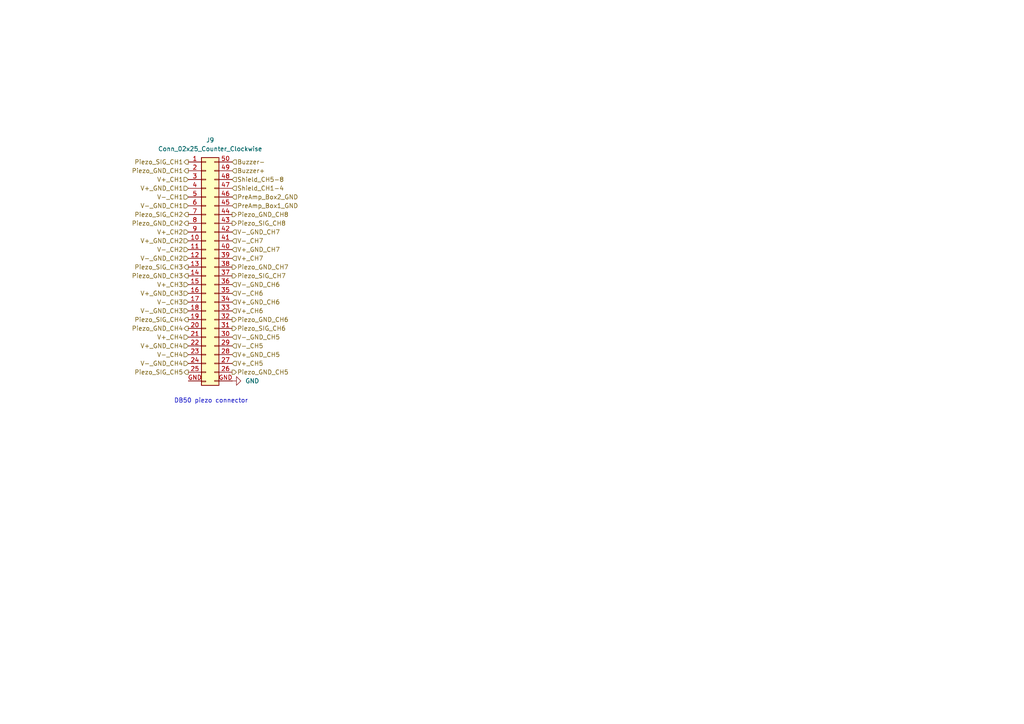
<source format=kicad_sch>
(kicad_sch
	(version 20231120)
	(generator "eeschema")
	(generator_version "8.0")
	(uuid "603f7a76-bd54-4044-acd9-9e4501b8e791")
	(paper "A4")
	(lib_symbols
		(symbol "Connector_Generic:Conn_02x25_Counter_Clockwise"
			(pin_names
				(offset 1.016) hide)
			(exclude_from_sim no)
			(in_bom yes)
			(on_board yes)
			(property "Reference" "J9"
				(at 0 38.1 0)
				(effects
					(font
						(size 1.27 1.27)
					)
				)
			)
			(property "Value" "Conn_02x25_Counter_Clockwise"
				(at 0 35.56 0)
				(effects
					(font
						(size 1.27 1.27)
					)
				)
			)
			(property "Footprint" ""
				(at -1.27 1.27 0)
				(effects
					(font
						(size 1.27 1.27)
					)
					(hide yes)
				)
			)
			(property "Datasheet" "~"
				(at -1.27 1.27 0)
				(effects
					(font
						(size 1.27 1.27)
					)
					(hide yes)
				)
			)
			(property "Description" "Generic connector, double row, 02x25, counter clockwise pin numbering scheme (similar to DIP package numbering), script generated (kicad-library-utils/schlib/autogen/connector/)"
				(at -1.27 1.27 0)
				(effects
					(font
						(size 1.27 1.27)
					)
					(hide yes)
				)
			)
			(property "ki_keywords" "connector"
				(at 0 0 0)
				(effects
					(font
						(size 1.27 1.27)
					)
					(hide yes)
				)
			)
			(property "ki_fp_filters" "Connector*:*_2x??_*"
				(at 0 0 0)
				(effects
					(font
						(size 1.27 1.27)
					)
					(hide yes)
				)
			)
			(symbol "Conn_02x25_Counter_Clockwise_1_1"
				(rectangle
					(start -2.54 -31.75)
					(end -1.27 -32.004)
					(stroke
						(width 0.1524)
						(type default)
					)
					(fill
						(type none)
					)
				)
				(rectangle
					(start -2.54 -29.083)
					(end -1.27 -29.337)
					(stroke
						(width 0.1524)
						(type default)
					)
					(fill
						(type none)
					)
				)
				(rectangle
					(start -2.54 -26.543)
					(end -1.27 -26.797)
					(stroke
						(width 0.1524)
						(type default)
					)
					(fill
						(type none)
					)
				)
				(rectangle
					(start -2.54 -24.003)
					(end -1.27 -24.257)
					(stroke
						(width 0.1524)
						(type default)
					)
					(fill
						(type none)
					)
				)
				(rectangle
					(start -2.54 -21.463)
					(end -1.27 -21.717)
					(stroke
						(width 0.1524)
						(type default)
					)
					(fill
						(type none)
					)
				)
				(rectangle
					(start -2.54 -18.923)
					(end -1.27 -19.177)
					(stroke
						(width 0.1524)
						(type default)
					)
					(fill
						(type none)
					)
				)
				(rectangle
					(start -2.54 -16.383)
					(end -1.27 -16.637)
					(stroke
						(width 0.1524)
						(type default)
					)
					(fill
						(type none)
					)
				)
				(rectangle
					(start -2.54 -13.843)
					(end -1.27 -14.097)
					(stroke
						(width 0.1524)
						(type default)
					)
					(fill
						(type none)
					)
				)
				(rectangle
					(start -2.54 -11.303)
					(end -1.27 -11.557)
					(stroke
						(width 0.1524)
						(type default)
					)
					(fill
						(type none)
					)
				)
				(rectangle
					(start -2.54 -8.763)
					(end -1.27 -9.017)
					(stroke
						(width 0.1524)
						(type default)
					)
					(fill
						(type none)
					)
				)
				(rectangle
					(start -2.54 -6.223)
					(end -1.27 -6.477)
					(stroke
						(width 0.1524)
						(type default)
					)
					(fill
						(type none)
					)
				)
				(rectangle
					(start -2.54 -3.683)
					(end -1.27 -3.937)
					(stroke
						(width 0.1524)
						(type default)
					)
					(fill
						(type none)
					)
				)
				(rectangle
					(start -2.54 -1.143)
					(end -1.27 -1.397)
					(stroke
						(width 0.1524)
						(type default)
					)
					(fill
						(type none)
					)
				)
				(rectangle
					(start -2.54 1.397)
					(end -1.27 1.143)
					(stroke
						(width 0.1524)
						(type default)
					)
					(fill
						(type none)
					)
				)
				(rectangle
					(start -2.54 3.937)
					(end -1.27 3.683)
					(stroke
						(width 0.1524)
						(type default)
					)
					(fill
						(type none)
					)
				)
				(rectangle
					(start -2.54 6.477)
					(end -1.27 6.223)
					(stroke
						(width 0.1524)
						(type default)
					)
					(fill
						(type none)
					)
				)
				(rectangle
					(start -2.54 9.017)
					(end -1.27 8.763)
					(stroke
						(width 0.1524)
						(type default)
					)
					(fill
						(type none)
					)
				)
				(rectangle
					(start -2.54 11.557)
					(end -1.27 11.303)
					(stroke
						(width 0.1524)
						(type default)
					)
					(fill
						(type none)
					)
				)
				(rectangle
					(start -2.54 14.097)
					(end -1.27 13.843)
					(stroke
						(width 0.1524)
						(type default)
					)
					(fill
						(type none)
					)
				)
				(rectangle
					(start -2.54 16.637)
					(end -1.27 16.383)
					(stroke
						(width 0.1524)
						(type default)
					)
					(fill
						(type none)
					)
				)
				(rectangle
					(start -2.54 19.177)
					(end -1.27 18.923)
					(stroke
						(width 0.1524)
						(type default)
					)
					(fill
						(type none)
					)
				)
				(rectangle
					(start -2.54 21.717)
					(end -1.27 21.463)
					(stroke
						(width 0.1524)
						(type default)
					)
					(fill
						(type none)
					)
				)
				(rectangle
					(start -2.54 24.257)
					(end -1.27 24.003)
					(stroke
						(width 0.1524)
						(type default)
					)
					(fill
						(type none)
					)
				)
				(rectangle
					(start -2.54 26.797)
					(end -1.27 26.543)
					(stroke
						(width 0.1524)
						(type default)
					)
					(fill
						(type none)
					)
				)
				(rectangle
					(start -2.54 29.337)
					(end -1.27 29.083)
					(stroke
						(width 0.1524)
						(type default)
					)
					(fill
						(type none)
					)
				)
				(rectangle
					(start -2.54 31.877)
					(end -1.27 31.623)
					(stroke
						(width 0.1524)
						(type default)
					)
					(fill
						(type none)
					)
				)
				(rectangle
					(start -2.54 33.02)
					(end 2.54 -33.02)
					(stroke
						(width 0.254)
						(type default)
					)
					(fill
						(type background)
					)
				)
				(rectangle
					(start 1.27 -31.623)
					(end 2.54 -31.877)
					(stroke
						(width 0.1524)
						(type default)
					)
					(fill
						(type none)
					)
				)
				(rectangle
					(start 1.27 -29.083)
					(end 2.54 -29.337)
					(stroke
						(width 0.1524)
						(type default)
					)
					(fill
						(type none)
					)
				)
				(rectangle
					(start 2.54 -26.543)
					(end 1.27 -26.797)
					(stroke
						(width 0.1524)
						(type default)
					)
					(fill
						(type none)
					)
				)
				(rectangle
					(start 2.54 -24.003)
					(end 1.27 -24.257)
					(stroke
						(width 0.1524)
						(type default)
					)
					(fill
						(type none)
					)
				)
				(rectangle
					(start 2.54 -21.463)
					(end 1.27 -21.717)
					(stroke
						(width 0.1524)
						(type default)
					)
					(fill
						(type none)
					)
				)
				(rectangle
					(start 2.54 -18.923)
					(end 1.27 -19.177)
					(stroke
						(width 0.1524)
						(type default)
					)
					(fill
						(type none)
					)
				)
				(rectangle
					(start 2.54 -16.383)
					(end 1.27 -16.637)
					(stroke
						(width 0.1524)
						(type default)
					)
					(fill
						(type none)
					)
				)
				(rectangle
					(start 2.54 -13.843)
					(end 1.27 -14.097)
					(stroke
						(width 0.1524)
						(type default)
					)
					(fill
						(type none)
					)
				)
				(rectangle
					(start 2.54 -11.303)
					(end 1.27 -11.557)
					(stroke
						(width 0.1524)
						(type default)
					)
					(fill
						(type none)
					)
				)
				(rectangle
					(start 2.54 -8.763)
					(end 1.27 -9.017)
					(stroke
						(width 0.1524)
						(type default)
					)
					(fill
						(type none)
					)
				)
				(rectangle
					(start 2.54 -6.223)
					(end 1.27 -6.477)
					(stroke
						(width 0.1524)
						(type default)
					)
					(fill
						(type none)
					)
				)
				(rectangle
					(start 2.54 -3.683)
					(end 1.27 -3.937)
					(stroke
						(width 0.1524)
						(type default)
					)
					(fill
						(type none)
					)
				)
				(rectangle
					(start 2.54 -1.143)
					(end 1.27 -1.397)
					(stroke
						(width 0.1524)
						(type default)
					)
					(fill
						(type none)
					)
				)
				(rectangle
					(start 2.54 1.397)
					(end 1.27 1.143)
					(stroke
						(width 0.1524)
						(type default)
					)
					(fill
						(type none)
					)
				)
				(rectangle
					(start 2.54 3.937)
					(end 1.27 3.683)
					(stroke
						(width 0.1524)
						(type default)
					)
					(fill
						(type none)
					)
				)
				(rectangle
					(start 2.54 6.477)
					(end 1.27 6.223)
					(stroke
						(width 0.1524)
						(type default)
					)
					(fill
						(type none)
					)
				)
				(rectangle
					(start 2.54 9.017)
					(end 1.27 8.763)
					(stroke
						(width 0.1524)
						(type default)
					)
					(fill
						(type none)
					)
				)
				(rectangle
					(start 2.54 11.557)
					(end 1.27 11.303)
					(stroke
						(width 0.1524)
						(type default)
					)
					(fill
						(type none)
					)
				)
				(rectangle
					(start 2.54 14.097)
					(end 1.27 13.843)
					(stroke
						(width 0.1524)
						(type default)
					)
					(fill
						(type none)
					)
				)
				(rectangle
					(start 2.54 16.637)
					(end 1.27 16.383)
					(stroke
						(width 0.1524)
						(type default)
					)
					(fill
						(type none)
					)
				)
				(rectangle
					(start 2.54 19.177)
					(end 1.27 18.923)
					(stroke
						(width 0.1524)
						(type default)
					)
					(fill
						(type none)
					)
				)
				(rectangle
					(start 2.54 21.717)
					(end 1.27 21.463)
					(stroke
						(width 0.1524)
						(type default)
					)
					(fill
						(type none)
					)
				)
				(rectangle
					(start 2.54 24.257)
					(end 1.27 24.003)
					(stroke
						(width 0.1524)
						(type default)
					)
					(fill
						(type none)
					)
				)
				(rectangle
					(start 2.54 26.797)
					(end 1.27 26.543)
					(stroke
						(width 0.1524)
						(type default)
					)
					(fill
						(type none)
					)
				)
				(rectangle
					(start 2.54 29.337)
					(end 1.27 29.083)
					(stroke
						(width 0.1524)
						(type default)
					)
					(fill
						(type none)
					)
				)
				(rectangle
					(start 2.54 31.877)
					(end 1.27 31.623)
					(stroke
						(width 0.1524)
						(type default)
					)
					(fill
						(type none)
					)
				)
				(pin passive line
					(at -6.35 31.75 0)
					(length 3.81)
					(name "Pin_1"
						(effects
							(font
								(size 1.27 1.27)
							)
						)
					)
					(number "1"
						(effects
							(font
								(size 1.27 1.27)
							)
						)
					)
				)
				(pin passive line
					(at -6.35 8.89 0)
					(length 3.81)
					(name "Pin_10"
						(effects
							(font
								(size 1.27 1.27)
							)
						)
					)
					(number "10"
						(effects
							(font
								(size 1.27 1.27)
							)
						)
					)
				)
				(pin passive line
					(at -6.35 6.35 0)
					(length 3.81)
					(name "Pin_11"
						(effects
							(font
								(size 1.27 1.27)
							)
						)
					)
					(number "11"
						(effects
							(font
								(size 1.27 1.27)
							)
						)
					)
				)
				(pin passive line
					(at -6.35 3.81 0)
					(length 3.81)
					(name "Pin_12"
						(effects
							(font
								(size 1.27 1.27)
							)
						)
					)
					(number "12"
						(effects
							(font
								(size 1.27 1.27)
							)
						)
					)
				)
				(pin passive line
					(at -6.35 1.27 0)
					(length 3.81)
					(name "Pin_13"
						(effects
							(font
								(size 1.27 1.27)
							)
						)
					)
					(number "13"
						(effects
							(font
								(size 1.27 1.27)
							)
						)
					)
				)
				(pin passive line
					(at -6.35 -1.27 0)
					(length 3.81)
					(name "Pin_14"
						(effects
							(font
								(size 1.27 1.27)
							)
						)
					)
					(number "14"
						(effects
							(font
								(size 1.27 1.27)
							)
						)
					)
				)
				(pin passive line
					(at -6.35 -3.81 0)
					(length 3.81)
					(name "Pin_15"
						(effects
							(font
								(size 1.27 1.27)
							)
						)
					)
					(number "15"
						(effects
							(font
								(size 1.27 1.27)
							)
						)
					)
				)
				(pin passive line
					(at -6.35 -6.35 0)
					(length 3.81)
					(name "Pin_16"
						(effects
							(font
								(size 1.27 1.27)
							)
						)
					)
					(number "16"
						(effects
							(font
								(size 1.27 1.27)
							)
						)
					)
				)
				(pin passive line
					(at -6.35 -8.89 0)
					(length 3.81)
					(name "Pin_17"
						(effects
							(font
								(size 1.27 1.27)
							)
						)
					)
					(number "17"
						(effects
							(font
								(size 1.27 1.27)
							)
						)
					)
				)
				(pin passive line
					(at -6.35 -11.43 0)
					(length 3.81)
					(name "Pin_18"
						(effects
							(font
								(size 1.27 1.27)
							)
						)
					)
					(number "18"
						(effects
							(font
								(size 1.27 1.27)
							)
						)
					)
				)
				(pin passive line
					(at -6.35 -13.97 0)
					(length 3.81)
					(name "Pin_19"
						(effects
							(font
								(size 1.27 1.27)
							)
						)
					)
					(number "19"
						(effects
							(font
								(size 1.27 1.27)
							)
						)
					)
				)
				(pin passive line
					(at -6.35 29.21 0)
					(length 3.81)
					(name "Pin_2"
						(effects
							(font
								(size 1.27 1.27)
							)
						)
					)
					(number "2"
						(effects
							(font
								(size 1.27 1.27)
							)
						)
					)
				)
				(pin passive line
					(at -6.35 -16.51 0)
					(length 3.81)
					(name "Pin_20"
						(effects
							(font
								(size 1.27 1.27)
							)
						)
					)
					(number "20"
						(effects
							(font
								(size 1.27 1.27)
							)
						)
					)
				)
				(pin passive line
					(at -6.35 -19.05 0)
					(length 3.81)
					(name "Pin_21"
						(effects
							(font
								(size 1.27 1.27)
							)
						)
					)
					(number "21"
						(effects
							(font
								(size 1.27 1.27)
							)
						)
					)
				)
				(pin passive line
					(at -6.35 -21.59 0)
					(length 3.81)
					(name "Pin_22"
						(effects
							(font
								(size 1.27 1.27)
							)
						)
					)
					(number "22"
						(effects
							(font
								(size 1.27 1.27)
							)
						)
					)
				)
				(pin passive line
					(at -6.35 -24.13 0)
					(length 3.81)
					(name "Pin_23"
						(effects
							(font
								(size 1.27 1.27)
							)
						)
					)
					(number "23"
						(effects
							(font
								(size 1.27 1.27)
							)
						)
					)
				)
				(pin passive line
					(at -6.35 -26.67 0)
					(length 3.81)
					(name "Pin_24"
						(effects
							(font
								(size 1.27 1.27)
							)
						)
					)
					(number "24"
						(effects
							(font
								(size 1.27 1.27)
							)
						)
					)
				)
				(pin passive line
					(at -6.35 -29.21 0)
					(length 3.81)
					(name "Pin_25"
						(effects
							(font
								(size 1.27 1.27)
							)
						)
					)
					(number "25"
						(effects
							(font
								(size 1.27 1.27)
							)
						)
					)
				)
				(pin passive line
					(at 6.35 -29.21 180)
					(length 3.81)
					(name "Pin_26"
						(effects
							(font
								(size 1.27 1.27)
							)
						)
					)
					(number "26"
						(effects
							(font
								(size 1.27 1.27)
							)
						)
					)
				)
				(pin passive line
					(at 6.35 -26.67 180)
					(length 3.81)
					(name "Pin_27"
						(effects
							(font
								(size 1.27 1.27)
							)
						)
					)
					(number "27"
						(effects
							(font
								(size 1.27 1.27)
							)
						)
					)
				)
				(pin passive line
					(at 6.35 -24.13 180)
					(length 3.81)
					(name "Pin_28"
						(effects
							(font
								(size 1.27 1.27)
							)
						)
					)
					(number "28"
						(effects
							(font
								(size 1.27 1.27)
							)
						)
					)
				)
				(pin passive line
					(at 6.35 -21.59 180)
					(length 3.81)
					(name "Pin_29"
						(effects
							(font
								(size 1.27 1.27)
							)
						)
					)
					(number "29"
						(effects
							(font
								(size 1.27 1.27)
							)
						)
					)
				)
				(pin passive line
					(at -6.35 26.67 0)
					(length 3.81)
					(name "Pin_3"
						(effects
							(font
								(size 1.27 1.27)
							)
						)
					)
					(number "3"
						(effects
							(font
								(size 1.27 1.27)
							)
						)
					)
				)
				(pin passive line
					(at 6.35 -19.05 180)
					(length 3.81)
					(name "Pin_30"
						(effects
							(font
								(size 1.27 1.27)
							)
						)
					)
					(number "30"
						(effects
							(font
								(size 1.27 1.27)
							)
						)
					)
				)
				(pin passive line
					(at 6.35 -16.51 180)
					(length 3.81)
					(name "Pin_31"
						(effects
							(font
								(size 1.27 1.27)
							)
						)
					)
					(number "31"
						(effects
							(font
								(size 1.27 1.27)
							)
						)
					)
				)
				(pin passive line
					(at 6.35 -13.97 180)
					(length 3.81)
					(name "Pin_32"
						(effects
							(font
								(size 1.27 1.27)
							)
						)
					)
					(number "32"
						(effects
							(font
								(size 1.27 1.27)
							)
						)
					)
				)
				(pin passive line
					(at 6.35 -11.43 180)
					(length 3.81)
					(name "Pin_33"
						(effects
							(font
								(size 1.27 1.27)
							)
						)
					)
					(number "33"
						(effects
							(font
								(size 1.27 1.27)
							)
						)
					)
				)
				(pin passive line
					(at 6.35 -8.89 180)
					(length 3.81)
					(name "Pin_34"
						(effects
							(font
								(size 1.27 1.27)
							)
						)
					)
					(number "34"
						(effects
							(font
								(size 1.27 1.27)
							)
						)
					)
				)
				(pin passive line
					(at 6.35 -6.35 180)
					(length 3.81)
					(name "Pin_35"
						(effects
							(font
								(size 1.27 1.27)
							)
						)
					)
					(number "35"
						(effects
							(font
								(size 1.27 1.27)
							)
						)
					)
				)
				(pin passive line
					(at 6.35 -3.81 180)
					(length 3.81)
					(name "Pin_36"
						(effects
							(font
								(size 1.27 1.27)
							)
						)
					)
					(number "36"
						(effects
							(font
								(size 1.27 1.27)
							)
						)
					)
				)
				(pin passive line
					(at 6.35 -1.27 180)
					(length 3.81)
					(name "Pin_37"
						(effects
							(font
								(size 1.27 1.27)
							)
						)
					)
					(number "37"
						(effects
							(font
								(size 1.27 1.27)
							)
						)
					)
				)
				(pin passive line
					(at 6.35 1.27 180)
					(length 3.81)
					(name "Pin_38"
						(effects
							(font
								(size 1.27 1.27)
							)
						)
					)
					(number "38"
						(effects
							(font
								(size 1.27 1.27)
							)
						)
					)
				)
				(pin passive line
					(at 6.35 3.81 180)
					(length 3.81)
					(name "Pin_39"
						(effects
							(font
								(size 1.27 1.27)
							)
						)
					)
					(number "39"
						(effects
							(font
								(size 1.27 1.27)
							)
						)
					)
				)
				(pin passive line
					(at -6.35 24.13 0)
					(length 3.81)
					(name "Pin_4"
						(effects
							(font
								(size 1.27 1.27)
							)
						)
					)
					(number "4"
						(effects
							(font
								(size 1.27 1.27)
							)
						)
					)
				)
				(pin passive line
					(at 6.35 6.35 180)
					(length 3.81)
					(name "Pin_40"
						(effects
							(font
								(size 1.27 1.27)
							)
						)
					)
					(number "40"
						(effects
							(font
								(size 1.27 1.27)
							)
						)
					)
				)
				(pin passive line
					(at 6.35 8.89 180)
					(length 3.81)
					(name "Pin_41"
						(effects
							(font
								(size 1.27 1.27)
							)
						)
					)
					(number "41"
						(effects
							(font
								(size 1.27 1.27)
							)
						)
					)
				)
				(pin passive line
					(at 6.35 11.43 180)
					(length 3.81)
					(name "Pin_42"
						(effects
							(font
								(size 1.27 1.27)
							)
						)
					)
					(number "42"
						(effects
							(font
								(size 1.27 1.27)
							)
						)
					)
				)
				(pin passive line
					(at 6.35 13.97 180)
					(length 3.81)
					(name "Pin_43"
						(effects
							(font
								(size 1.27 1.27)
							)
						)
					)
					(number "43"
						(effects
							(font
								(size 1.27 1.27)
							)
						)
					)
				)
				(pin passive line
					(at 6.35 16.51 180)
					(length 3.81)
					(name "Pin_44"
						(effects
							(font
								(size 1.27 1.27)
							)
						)
					)
					(number "44"
						(effects
							(font
								(size 1.27 1.27)
							)
						)
					)
				)
				(pin passive line
					(at 6.35 19.05 180)
					(length 3.81)
					(name "Pin_45"
						(effects
							(font
								(size 1.27 1.27)
							)
						)
					)
					(number "45"
						(effects
							(font
								(size 1.27 1.27)
							)
						)
					)
				)
				(pin passive line
					(at 6.35 21.59 180)
					(length 3.81)
					(name "Pin_46"
						(effects
							(font
								(size 1.27 1.27)
							)
						)
					)
					(number "46"
						(effects
							(font
								(size 1.27 1.27)
							)
						)
					)
				)
				(pin passive line
					(at 6.35 24.13 180)
					(length 3.81)
					(name "Pin_47"
						(effects
							(font
								(size 1.27 1.27)
							)
						)
					)
					(number "47"
						(effects
							(font
								(size 1.27 1.27)
							)
						)
					)
				)
				(pin passive line
					(at 6.35 26.67 180)
					(length 3.81)
					(name "Pin_48"
						(effects
							(font
								(size 1.27 1.27)
							)
						)
					)
					(number "48"
						(effects
							(font
								(size 1.27 1.27)
							)
						)
					)
				)
				(pin passive line
					(at 6.35 29.21 180)
					(length 3.81)
					(name "Pin_49"
						(effects
							(font
								(size 1.27 1.27)
							)
						)
					)
					(number "49"
						(effects
							(font
								(size 1.27 1.27)
							)
						)
					)
				)
				(pin passive line
					(at -6.35 21.59 0)
					(length 3.81)
					(name "Pin_5"
						(effects
							(font
								(size 1.27 1.27)
							)
						)
					)
					(number "5"
						(effects
							(font
								(size 1.27 1.27)
							)
						)
					)
				)
				(pin passive line
					(at 6.35 31.75 180)
					(length 3.81)
					(name "Pin_50"
						(effects
							(font
								(size 1.27 1.27)
							)
						)
					)
					(number "50"
						(effects
							(font
								(size 1.27 1.27)
							)
						)
					)
				)
				(pin passive line
					(at -6.35 19.05 0)
					(length 3.81)
					(name "Pin_6"
						(effects
							(font
								(size 1.27 1.27)
							)
						)
					)
					(number "6"
						(effects
							(font
								(size 1.27 1.27)
							)
						)
					)
				)
				(pin passive line
					(at -6.35 16.51 0)
					(length 3.81)
					(name "Pin_7"
						(effects
							(font
								(size 1.27 1.27)
							)
						)
					)
					(number "7"
						(effects
							(font
								(size 1.27 1.27)
							)
						)
					)
				)
				(pin passive line
					(at -6.35 13.97 0)
					(length 3.81)
					(name "Pin_8"
						(effects
							(font
								(size 1.27 1.27)
							)
						)
					)
					(number "8"
						(effects
							(font
								(size 1.27 1.27)
							)
						)
					)
				)
				(pin passive line
					(at -6.35 11.43 0)
					(length 3.81)
					(name "Pin_9"
						(effects
							(font
								(size 1.27 1.27)
							)
						)
					)
					(number "9"
						(effects
							(font
								(size 1.27 1.27)
							)
						)
					)
				)
				(pin passive line
					(at -6.35 -31.75 0)
					(length 3.81)
					(name "Pin_GND"
						(effects
							(font
								(size 1.27 1.27)
							)
						)
					)
					(number "GND"
						(effects
							(font
								(size 1.27 1.27)
							)
						)
					)
				)
				(pin passive line
					(at 6.35 -31.75 180)
					(length 3.81)
					(name "Pin_GND"
						(effects
							(font
								(size 1.27 1.27)
							)
						)
					)
					(number "GND"
						(effects
							(font
								(size 1.27 1.27)
							)
						)
					)
				)
			)
		)
		(symbol "power:GND"
			(power)
			(pin_numbers hide)
			(pin_names
				(offset 0) hide)
			(exclude_from_sim no)
			(in_bom yes)
			(on_board yes)
			(property "Reference" "#PWR"
				(at 0 -6.35 0)
				(effects
					(font
						(size 1.27 1.27)
					)
					(hide yes)
				)
			)
			(property "Value" "GND"
				(at 0 -3.81 0)
				(effects
					(font
						(size 1.27 1.27)
					)
				)
			)
			(property "Footprint" ""
				(at 0 0 0)
				(effects
					(font
						(size 1.27 1.27)
					)
					(hide yes)
				)
			)
			(property "Datasheet" ""
				(at 0 0 0)
				(effects
					(font
						(size 1.27 1.27)
					)
					(hide yes)
				)
			)
			(property "Description" "Power symbol creates a global label with name \"GND\" , ground"
				(at 0 0 0)
				(effects
					(font
						(size 1.27 1.27)
					)
					(hide yes)
				)
			)
			(property "ki_keywords" "global power"
				(at 0 0 0)
				(effects
					(font
						(size 1.27 1.27)
					)
					(hide yes)
				)
			)
			(symbol "GND_0_1"
				(polyline
					(pts
						(xy 0 0) (xy 0 -1.27) (xy 1.27 -1.27) (xy 0 -2.54) (xy -1.27 -1.27) (xy 0 -1.27)
					)
					(stroke
						(width 0)
						(type default)
					)
					(fill
						(type none)
					)
				)
			)
			(symbol "GND_1_1"
				(pin power_in line
					(at 0 0 270)
					(length 0)
					(name "~"
						(effects
							(font
								(size 1.27 1.27)
							)
						)
					)
					(number "1"
						(effects
							(font
								(size 1.27 1.27)
							)
						)
					)
				)
			)
		)
	)
	(text "DB50 piezo connector"
		(exclude_from_sim no)
		(at 61.214 116.332 0)
		(effects
			(font
				(size 1.27 1.27)
			)
		)
		(uuid "4b28bef4-1be2-434e-b00a-044e247b27e2")
	)
	(hierarchical_label "V+_GND_CH4"
		(shape input)
		(at 54.61 100.33 180)
		(fields_autoplaced yes)
		(effects
			(font
				(size 1.27 1.27)
			)
			(justify right)
		)
		(uuid "00b2957a-76f9-4a30-ab02-bedfe6bbb523")
	)
	(hierarchical_label "V-_CH6"
		(shape input)
		(at 67.31 85.09 0)
		(fields_autoplaced yes)
		(effects
			(font
				(size 1.27 1.27)
			)
			(justify left)
		)
		(uuid "051ef890-a20a-44d0-8053-a3c5cbfb9a65")
	)
	(hierarchical_label "V+_CH3"
		(shape input)
		(at 54.61 82.55 180)
		(fields_autoplaced yes)
		(effects
			(font
				(size 1.27 1.27)
			)
			(justify right)
		)
		(uuid "09e6526e-1c9e-42ab-a14d-16cbbbab789c")
	)
	(hierarchical_label "V+_CH7"
		(shape input)
		(at 67.31 74.93 0)
		(fields_autoplaced yes)
		(effects
			(font
				(size 1.27 1.27)
			)
			(justify left)
		)
		(uuid "1021c83c-8697-48dc-8bfb-f2b7307abbea")
	)
	(hierarchical_label "V+_GND_CH7"
		(shape input)
		(at 67.31 72.39 0)
		(fields_autoplaced yes)
		(effects
			(font
				(size 1.27 1.27)
			)
			(justify left)
		)
		(uuid "1dd738d8-9e93-49c5-bcda-4e2b6f159e00")
	)
	(hierarchical_label "Piezo_GND_CH7"
		(shape output)
		(at 67.31 77.47 0)
		(fields_autoplaced yes)
		(effects
			(font
				(size 1.27 1.27)
			)
			(justify left)
		)
		(uuid "21dc34a9-8d4b-4e55-ab63-200a140cbe1c")
	)
	(hierarchical_label "V+_CH2"
		(shape input)
		(at 54.61 67.31 180)
		(fields_autoplaced yes)
		(effects
			(font
				(size 1.27 1.27)
			)
			(justify right)
		)
		(uuid "27e63260-09a6-43d3-8a43-8f953720e226")
	)
	(hierarchical_label "Piezo_SIG_CH6"
		(shape output)
		(at 67.31 95.25 0)
		(fields_autoplaced yes)
		(effects
			(font
				(size 1.27 1.27)
			)
			(justify left)
		)
		(uuid "29baee64-45bb-4a85-8628-09897975a917")
	)
	(hierarchical_label "V-_CH3"
		(shape input)
		(at 54.61 87.63 180)
		(fields_autoplaced yes)
		(effects
			(font
				(size 1.27 1.27)
			)
			(justify right)
		)
		(uuid "2f38f669-f697-4610-b7f6-c61175b79c49")
	)
	(hierarchical_label "V-_GND_CH2"
		(shape input)
		(at 54.61 74.93 180)
		(fields_autoplaced yes)
		(effects
			(font
				(size 1.27 1.27)
			)
			(justify right)
		)
		(uuid "3086be84-ed0e-468e-904a-20334a254b55")
	)
	(hierarchical_label "Piezo_GND_CH1"
		(shape output)
		(at 54.61 49.53 180)
		(fields_autoplaced yes)
		(effects
			(font
				(size 1.27 1.27)
			)
			(justify right)
		)
		(uuid "3121270d-e723-42ba-bf21-0f5c47b85440")
	)
	(hierarchical_label "V-_GND_CH1"
		(shape input)
		(at 54.61 59.69 180)
		(fields_autoplaced yes)
		(effects
			(font
				(size 1.27 1.27)
			)
			(justify right)
		)
		(uuid "389fe544-4683-41fb-b583-43795556b975")
	)
	(hierarchical_label "V-_GND_CH5"
		(shape input)
		(at 67.31 97.79 0)
		(fields_autoplaced yes)
		(effects
			(font
				(size 1.27 1.27)
			)
			(justify left)
		)
		(uuid "3c760d9c-4c0e-4fa9-bf47-9fa0762f42b1")
	)
	(hierarchical_label "Shield_CH1-4"
		(shape input)
		(at 67.31 54.61 0)
		(fields_autoplaced yes)
		(effects
			(font
				(size 1.27 1.27)
			)
			(justify left)
		)
		(uuid "3c79db05-929a-4283-b2bd-7276c72f0d40")
	)
	(hierarchical_label "Piezo_SIG_CH4"
		(shape output)
		(at 54.61 92.71 180)
		(fields_autoplaced yes)
		(effects
			(font
				(size 1.27 1.27)
			)
			(justify right)
		)
		(uuid "3ee9350d-f3c2-49ce-920e-d8c891c8b24d")
	)
	(hierarchical_label "V-_GND_CH4"
		(shape input)
		(at 54.61 105.41 180)
		(fields_autoplaced yes)
		(effects
			(font
				(size 1.27 1.27)
			)
			(justify right)
		)
		(uuid "3fc51860-df7f-4169-8df0-385a285e0e5b")
	)
	(hierarchical_label "Piezo_SIG_CH5"
		(shape output)
		(at 54.61 107.95 180)
		(fields_autoplaced yes)
		(effects
			(font
				(size 1.27 1.27)
			)
			(justify right)
		)
		(uuid "43ed5628-cffa-4c0c-9b13-2178daa34215")
	)
	(hierarchical_label "Piezo_SIG_CH7"
		(shape output)
		(at 67.31 80.01 0)
		(fields_autoplaced yes)
		(effects
			(font
				(size 1.27 1.27)
			)
			(justify left)
		)
		(uuid "449f56f2-b62d-4a89-b022-162b49a2f9b8")
	)
	(hierarchical_label "V-_CH7"
		(shape input)
		(at 67.31 69.85 0)
		(fields_autoplaced yes)
		(effects
			(font
				(size 1.27 1.27)
			)
			(justify left)
		)
		(uuid "5d063ae9-a0df-48f9-916f-13df3e858c44")
	)
	(hierarchical_label "V-_GND_CH7"
		(shape input)
		(at 67.31 67.31 0)
		(fields_autoplaced yes)
		(effects
			(font
				(size 1.27 1.27)
			)
			(justify left)
		)
		(uuid "5db41d00-e1cb-412d-b828-13381108b12d")
	)
	(hierarchical_label "Buzzer-"
		(shape input)
		(at 67.31 46.99 0)
		(fields_autoplaced yes)
		(effects
			(font
				(size 1.27 1.27)
			)
			(justify left)
		)
		(uuid "5db5a6ae-62e5-4ab0-acdf-9257e9494450")
	)
	(hierarchical_label "Piezo_SIG_CH3"
		(shape output)
		(at 54.61 77.47 180)
		(fields_autoplaced yes)
		(effects
			(font
				(size 1.27 1.27)
			)
			(justify right)
		)
		(uuid "63f68b39-0da5-4935-89a0-dcba6d190ecf")
	)
	(hierarchical_label "Shield_CH5-8"
		(shape input)
		(at 67.31 52.07 0)
		(fields_autoplaced yes)
		(effects
			(font
				(size 1.27 1.27)
			)
			(justify left)
		)
		(uuid "788a8c09-55ca-4e48-801c-c493468acf55")
	)
	(hierarchical_label "Piezo_SIG_CH1"
		(shape output)
		(at 54.61 46.99 180)
		(fields_autoplaced yes)
		(effects
			(font
				(size 1.27 1.27)
			)
			(justify right)
		)
		(uuid "794567f2-970a-408e-8b78-95c0dd25ecaf")
	)
	(hierarchical_label "Piezo_GND_CH3"
		(shape output)
		(at 54.61 80.01 180)
		(fields_autoplaced yes)
		(effects
			(font
				(size 1.27 1.27)
			)
			(justify right)
		)
		(uuid "7aa28ece-1c2f-4ec0-bd28-b78ae1033345")
	)
	(hierarchical_label "Piezo_SIG_CH8"
		(shape output)
		(at 67.31 64.77 0)
		(fields_autoplaced yes)
		(effects
			(font
				(size 1.27 1.27)
			)
			(justify left)
		)
		(uuid "8b0b56f6-d246-4064-be58-6a31fc0ff705")
	)
	(hierarchical_label "V-_CH5"
		(shape input)
		(at 67.31 100.33 0)
		(fields_autoplaced yes)
		(effects
			(font
				(size 1.27 1.27)
			)
			(justify left)
		)
		(uuid "96bd4b35-9278-45b3-adea-fd9f64f76ff8")
	)
	(hierarchical_label "Piezo_GND_CH4"
		(shape output)
		(at 54.61 95.25 180)
		(fields_autoplaced yes)
		(effects
			(font
				(size 1.27 1.27)
			)
			(justify right)
		)
		(uuid "985c9e46-fea6-4eab-9b76-9dc508456032")
	)
	(hierarchical_label "V-_CH1"
		(shape input)
		(at 54.61 57.15 180)
		(fields_autoplaced yes)
		(effects
			(font
				(size 1.27 1.27)
			)
			(justify right)
		)
		(uuid "abe5c84b-7108-412e-831f-d2f85805cd6e")
	)
	(hierarchical_label "V+_CH5"
		(shape input)
		(at 67.31 105.41 0)
		(fields_autoplaced yes)
		(effects
			(font
				(size 1.27 1.27)
			)
			(justify left)
		)
		(uuid "ad24a38c-396b-40c4-87f1-6c8d0584e227")
	)
	(hierarchical_label "V-_CH2"
		(shape input)
		(at 54.61 72.39 180)
		(fields_autoplaced yes)
		(effects
			(font
				(size 1.27 1.27)
			)
			(justify right)
		)
		(uuid "b506ebd4-6122-4ce4-9872-6c9847528698")
	)
	(hierarchical_label "V-_GND_CH3"
		(shape input)
		(at 54.61 90.17 180)
		(fields_autoplaced yes)
		(effects
			(font
				(size 1.27 1.27)
			)
			(justify right)
		)
		(uuid "b70803f5-b3a2-4b83-aae3-7e16f10b2756")
	)
	(hierarchical_label "V+_CH6"
		(shape input)
		(at 67.31 90.17 0)
		(fields_autoplaced yes)
		(effects
			(font
				(size 1.27 1.27)
			)
			(justify left)
		)
		(uuid "bc726806-a603-49db-8219-87d20e8febb5")
	)
	(hierarchical_label "V+_CH4"
		(shape input)
		(at 54.61 97.79 180)
		(fields_autoplaced yes)
		(effects
			(font
				(size 1.27 1.27)
			)
			(justify right)
		)
		(uuid "bf0ff881-8e3a-4b25-8cbd-0f618eab51e1")
	)
	(hierarchical_label "Piezo_GND_CH5"
		(shape output)
		(at 67.31 107.95 0)
		(fields_autoplaced yes)
		(effects
			(font
				(size 1.27 1.27)
			)
			(justify left)
		)
		(uuid "c772ee25-e1e8-4836-9056-0b701ccfee78")
	)
	(hierarchical_label "Piezo_GND_CH6"
		(shape output)
		(at 67.31 92.71 0)
		(fields_autoplaced yes)
		(effects
			(font
				(size 1.27 1.27)
			)
			(justify left)
		)
		(uuid "c940eefd-fa37-42ec-81e9-4eae76371f48")
	)
	(hierarchical_label "V+_GND_CH3"
		(shape input)
		(at 54.61 85.09 180)
		(fields_autoplaced yes)
		(effects
			(font
				(size 1.27 1.27)
			)
			(justify right)
		)
		(uuid "c9bb6841-5f28-4edd-844c-4830a788f75b")
	)
	(hierarchical_label "V+_GND_CH1"
		(shape input)
		(at 54.61 54.61 180)
		(fields_autoplaced yes)
		(effects
			(font
				(size 1.27 1.27)
			)
			(justify right)
		)
		(uuid "d29a04c9-706c-4b6c-ba60-2edd2110b461")
	)
	(hierarchical_label "V+_GND_CH5"
		(shape input)
		(at 67.31 102.87 0)
		(fields_autoplaced yes)
		(effects
			(font
				(size 1.27 1.27)
			)
			(justify left)
		)
		(uuid "d66ac143-f392-4118-9170-fd86e30c8881")
	)
	(hierarchical_label "Piezo_GND_CH8"
		(shape output)
		(at 67.31 62.23 0)
		(fields_autoplaced yes)
		(effects
			(font
				(size 1.27 1.27)
			)
			(justify left)
		)
		(uuid "d84702dd-74fc-41f6-92ea-b6633cfd117f")
	)
	(hierarchical_label "V-_GND_CH6"
		(shape input)
		(at 67.31 82.55 0)
		(fields_autoplaced yes)
		(effects
			(font
				(size 1.27 1.27)
			)
			(justify left)
		)
		(uuid "d8b3b8a5-14aa-44de-b73c-bdb6cb0fb561")
	)
	(hierarchical_label "V+_GND_CH6"
		(shape input)
		(at 67.31 87.63 0)
		(fields_autoplaced yes)
		(effects
			(font
				(size 1.27 1.27)
			)
			(justify left)
		)
		(uuid "d997407b-c8f3-4d73-9c26-4d031db08d4e")
	)
	(hierarchical_label "V+_CH1"
		(shape input)
		(at 54.61 52.07 180)
		(fields_autoplaced yes)
		(effects
			(font
				(size 1.27 1.27)
			)
			(justify right)
		)
		(uuid "dc03e7cf-1c42-4522-bdef-cbe892155870")
	)
	(hierarchical_label "V+_GND_CH2"
		(shape input)
		(at 54.61 69.85 180)
		(fields_autoplaced yes)
		(effects
			(font
				(size 1.27 1.27)
			)
			(justify right)
		)
		(uuid "dd4a9cfc-5610-4259-b36e-8d8e4570c92a")
	)
	(hierarchical_label "V-_CH4"
		(shape input)
		(at 54.61 102.87 180)
		(fields_autoplaced yes)
		(effects
			(font
				(size 1.27 1.27)
			)
			(justify right)
		)
		(uuid "e9634f45-590d-4db6-ac7a-f1dcd3d68390")
	)
	(hierarchical_label "Piezo_SIG_CH2"
		(shape output)
		(at 54.61 62.23 180)
		(fields_autoplaced yes)
		(effects
			(font
				(size 1.27 1.27)
			)
			(justify right)
		)
		(uuid "eb206578-2d5c-4aff-a5ee-c0192a50e40a")
	)
	(hierarchical_label "Buzzer+"
		(shape input)
		(at 67.31 49.53 0)
		(fields_autoplaced yes)
		(effects
			(font
				(size 1.27 1.27)
			)
			(justify left)
		)
		(uuid "eb4fffe3-5808-4352-bbb9-77ba3b7758b5")
	)
	(hierarchical_label "PreAmp_Box1_GND"
		(shape input)
		(at 67.31 59.69 0)
		(fields_autoplaced yes)
		(effects
			(font
				(size 1.27 1.27)
			)
			(justify left)
		)
		(uuid "ed042798-8921-4b1c-bfd7-265dce439da0")
	)
	(hierarchical_label "PreAmp_Box2_GND"
		(shape input)
		(at 67.31 57.15 0)
		(fields_autoplaced yes)
		(effects
			(font
				(size 1.27 1.27)
			)
			(justify left)
		)
		(uuid "edcaf701-a366-4d20-b0bb-e308240baa06")
	)
	(hierarchical_label "Piezo_GND_CH2"
		(shape output)
		(at 54.61 64.77 180)
		(fields_autoplaced yes)
		(effects
			(font
				(size 1.27 1.27)
			)
			(justify right)
		)
		(uuid "ff235b4c-cc9e-4041-8b0c-5edec1f98833")
	)
	(symbol
		(lib_id "power:GND")
		(at 67.31 110.49 90)
		(unit 1)
		(exclude_from_sim no)
		(in_bom yes)
		(on_board yes)
		(dnp no)
		(fields_autoplaced yes)
		(uuid "1067f028-1168-4c31-99eb-2779f4168249")
		(property "Reference" "#PWR023"
			(at 73.66 110.49 0)
			(effects
				(font
					(size 1.27 1.27)
				)
				(hide yes)
			)
		)
		(property "Value" "GND"
			(at 71.12 110.4899 90)
			(effects
				(font
					(size 1.27 1.27)
				)
				(justify right)
			)
		)
		(property "Footprint" ""
			(at 67.31 110.49 0)
			(effects
				(font
					(size 1.27 1.27)
				)
				(hide yes)
			)
		)
		(property "Datasheet" ""
			(at 67.31 110.49 0)
			(effects
				(font
					(size 1.27 1.27)
				)
				(hide yes)
			)
		)
		(property "Description" "Power symbol creates a global label with name \"GND\" , ground"
			(at 67.31 110.49 0)
			(effects
				(font
					(size 1.27 1.27)
				)
				(hide yes)
			)
		)
		(pin "1"
			(uuid "6220ae61-1dc0-4bcc-875c-3c5e188238db")
		)
		(instances
			(project ""
				(path "/b2bf96dd-c53b-4c67-a44e-e13de2f06829/a4e31e0e-eb6c-4644-8068-b1f228eee0e3"
					(reference "#PWR023")
					(unit 1)
				)
			)
		)
	)
	(symbol
		(lib_id "Connector_Generic:Conn_02x25_Counter_Clockwise")
		(at 60.96 78.74 0)
		(unit 1)
		(exclude_from_sim no)
		(in_bom yes)
		(on_board yes)
		(dnp no)
		(fields_autoplaced yes)
		(uuid "72583741-a6e2-4a6c-ba38-cf00df802506")
		(property "Reference" "J9"
			(at 60.96 40.64 0)
			(effects
				(font
					(size 1.27 1.27)
				)
			)
		)
		(property "Value" "Conn_02x25_Counter_Clockwise"
			(at 60.96 43.18 0)
			(effects
				(font
					(size 1.27 1.27)
				)
			)
		)
		(property "Footprint" ""
			(at 59.69 77.47 0)
			(effects
				(font
					(size 1.27 1.27)
				)
				(hide yes)
			)
		)
		(property "Datasheet" "~"
			(at 59.69 77.47 0)
			(effects
				(font
					(size 1.27 1.27)
				)
				(hide yes)
			)
		)
		(property "Description" "Generic connector, double row, 02x25, counter clockwise pin numbering scheme (similar to DIP package numbering), script generated (kicad-library-utils/schlib/autogen/connector/)"
			(at 59.69 77.47 0)
			(effects
				(font
					(size 1.27 1.27)
				)
				(hide yes)
			)
		)
		(pin "33"
			(uuid "c8ea9a0a-b6f0-4c17-aed5-524f094acade")
		)
		(pin "43"
			(uuid "eda0a517-3c73-43ce-92a6-0285781782a9")
		)
		(pin "24"
			(uuid "03fc3676-6757-4161-8a70-274a5300a6c4")
		)
		(pin "35"
			(uuid "f1978dad-e953-4af4-a6b5-9631da94f994")
		)
		(pin "15"
			(uuid "414394ed-0b6e-4427-835a-1f2c11047d61")
		)
		(pin "17"
			(uuid "cc687f3b-c3b3-4886-8b02-cea37ff23b1a")
		)
		(pin "36"
			(uuid "9f4fff95-be22-42e1-a4ed-aed4877783a1")
		)
		(pin "40"
			(uuid "2812eda0-7827-4a49-a9c3-05798b724b5a")
		)
		(pin "32"
			(uuid "b2485c4f-1348-4ecb-8667-47c48493911d")
		)
		(pin "47"
			(uuid "a329696f-69ea-4348-8c37-37f3664f0772")
		)
		(pin "28"
			(uuid "bd122e7c-3d12-4d7c-98ac-bd43c4f14e81")
		)
		(pin "20"
			(uuid "871e564c-68d1-4bf9-9dc7-64e2c21a3515")
		)
		(pin "37"
			(uuid "3175d1a6-2804-406c-9a1a-0ea7eb92de6f")
		)
		(pin "25"
			(uuid "dd6f1cee-46d2-47ec-b5b0-14b3793c729c")
		)
		(pin "45"
			(uuid "c9b980ef-32af-4d57-9a5a-4829e5bf715c")
		)
		(pin "49"
			(uuid "f4ee0df1-cb37-4029-b5ca-1adb3c9b6fc6")
		)
		(pin "6"
			(uuid "baee725a-7673-4a01-8291-63d22f7cc706")
		)
		(pin "4"
			(uuid "ca49a155-9cd2-43ed-a6ea-7703d335ff90")
		)
		(pin "50"
			(uuid "eeeb61bf-d432-4b39-a7a8-0fbd5d899dba")
		)
		(pin "8"
			(uuid "4235a255-2ca8-4c35-bf0d-cc9b5c7dac7a")
		)
		(pin "21"
			(uuid "3b66728b-8621-41ff-ac51-3d23d9d85efa")
		)
		(pin "27"
			(uuid "2a18590d-e2c5-4d6c-a544-9f2992a9c4c9")
		)
		(pin "16"
			(uuid "acaeeab0-4f7c-480f-bc26-e3211d4b76a2")
		)
		(pin "38"
			(uuid "a8be848b-e849-47c7-8bbd-74a31e38597c")
		)
		(pin "10"
			(uuid "6de591cd-e4c3-4963-b591-7ba048e25303")
		)
		(pin "46"
			(uuid "3e18eda8-5b10-467b-a530-979de819e678")
		)
		(pin "39"
			(uuid "fe938eb8-44fc-452d-a736-606cabe71f01")
		)
		(pin "22"
			(uuid "b9026675-9090-4185-90e7-fce386f89dab")
		)
		(pin "26"
			(uuid "bff0469a-70dc-4e5e-af4d-0d0b07bc74d5")
		)
		(pin "7"
			(uuid "7f90a6c9-b7df-4ddb-95db-e1e58e2fbf65")
		)
		(pin "5"
			(uuid "38749502-531a-42f2-b33a-c034b2dc50c6")
		)
		(pin "12"
			(uuid "fc47ef86-9fa8-47e6-9449-e26c62e87f8e")
		)
		(pin "14"
			(uuid "483d3510-a676-4940-bd5b-ee7cc908e90d")
		)
		(pin "3"
			(uuid "59082d90-e9bc-4e0f-8a84-094c4e64490b")
		)
		(pin "41"
			(uuid "5b599ab4-7703-4d24-8871-b9e4c054e39d")
		)
		(pin "13"
			(uuid "b9d32290-5dac-4dfd-a88a-8d5d30ed62f4")
		)
		(pin "18"
			(uuid "4060c4e4-fe7e-4386-9714-a3e925909c88")
		)
		(pin "29"
			(uuid "06ca00f5-b776-491e-8baf-f565f1cd1d29")
		)
		(pin "34"
			(uuid "a40ec2b4-d272-4696-bbca-4e436e28eecb")
		)
		(pin "11"
			(uuid "38eca661-d40b-4548-a83f-2a8d1486a07d")
		)
		(pin "9"
			(uuid "af81116e-b999-41a1-a04c-8af617d6dec7")
		)
		(pin "31"
			(uuid "cc4079fa-13fa-47cb-858a-7c5e4a17cb87")
		)
		(pin "44"
			(uuid "1936209f-c287-43b0-90cd-9f736dfc0f4c")
		)
		(pin "1"
			(uuid "a3969c57-5dfe-4a01-8fd8-7c56229ea787")
		)
		(pin "30"
			(uuid "76e7b7d4-a877-4739-9455-e504524017c6")
		)
		(pin "48"
			(uuid "5d18cf2a-5871-441b-b04f-3fe82ffd26fa")
		)
		(pin "19"
			(uuid "d42696fe-a983-456f-98a3-be4e2594276c")
		)
		(pin "2"
			(uuid "d0bee5fc-30e0-4027-acc3-b9c926e03fed")
		)
		(pin "23"
			(uuid "2c124be2-1541-44c6-a5d0-1adb23ab8515")
		)
		(pin "42"
			(uuid "c8ff27f2-6f4d-4691-8c4e-34c7380c4a17")
		)
		(pin "GND"
			(uuid "3b834afa-eb3d-465c-8b6a-bc6834bc2ea2")
		)
		(pin "GND"
			(uuid "899792ab-5fa9-466e-98ab-02199c2194c2")
		)
		(instances
			(project ""
				(path "/b2bf96dd-c53b-4c67-a44e-e13de2f06829/a4e31e0e-eb6c-4644-8068-b1f228eee0e3"
					(reference "J9")
					(unit 1)
				)
			)
		)
	)
)

</source>
